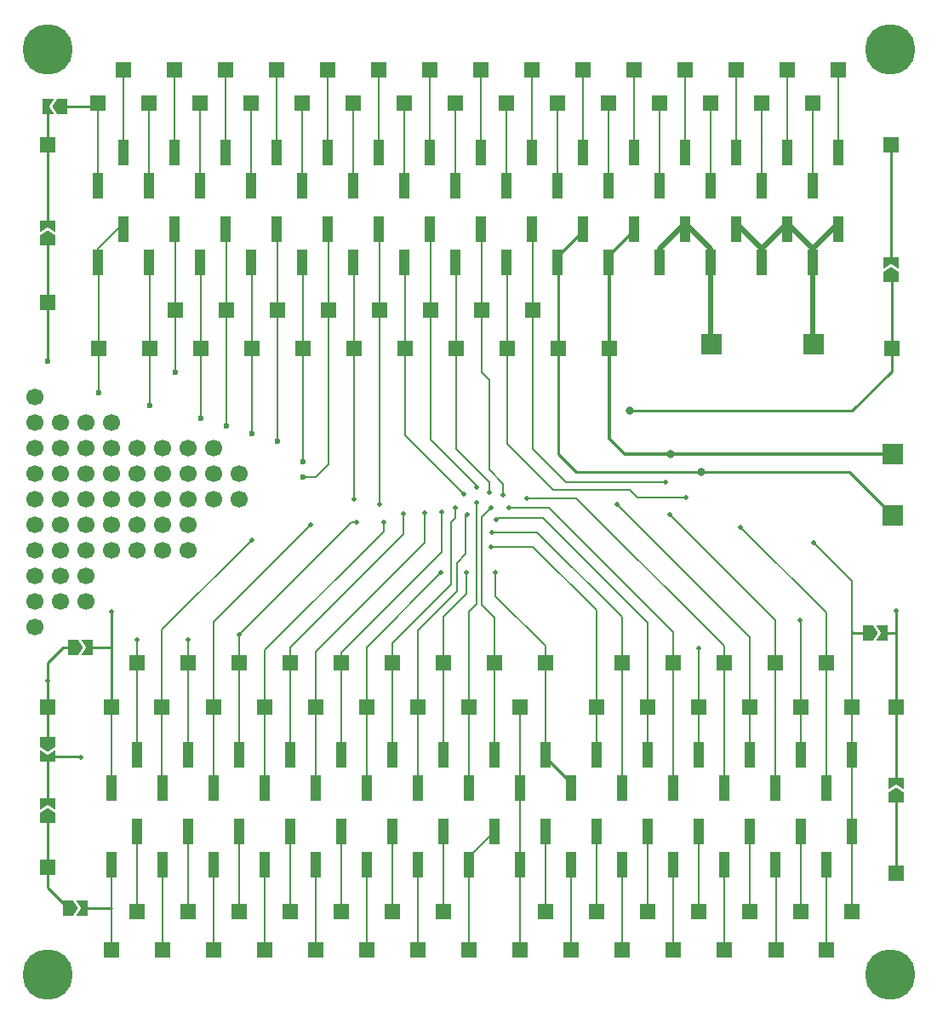
<source format=gbr>
%TF.GenerationSoftware,KiCad,Pcbnew,7.0.9*%
%TF.CreationDate,2023-12-16T04:09:15+09:00*%
%TF.ProjectId,ds_test_board3,64735f74-6573-4745-9f62-6f617264332e,rev?*%
%TF.SameCoordinates,Original*%
%TF.FileFunction,Copper,L1,Top*%
%TF.FilePolarity,Positive*%
%FSLAX46Y46*%
G04 Gerber Fmt 4.6, Leading zero omitted, Abs format (unit mm)*
G04 Created by KiCad (PCBNEW 7.0.9) date 2023-12-16 04:09:15*
%MOMM*%
%LPD*%
G01*
G04 APERTURE LIST*
G04 Aperture macros list*
%AMFreePoly0*
4,1,6,0.500000,-0.750000,-0.650000,-0.750000,-0.150000,0.000000,-0.650000,0.750000,0.500000,0.750000,0.500000,-0.750000,0.500000,-0.750000,$1*%
%AMFreePoly1*
4,1,6,1.000000,0.000000,0.500000,-0.750000,-0.500000,-0.750000,-0.500000,0.750000,0.500000,0.750000,1.000000,0.000000,1.000000,0.000000,$1*%
G04 Aperture macros list end*
%TA.AperFunction,ComponentPad*%
%ADD10C,1.700000*%
%TD*%
%TA.AperFunction,SMDPad,CuDef*%
%ADD11FreePoly0,270.000000*%
%TD*%
%TA.AperFunction,SMDPad,CuDef*%
%ADD12FreePoly1,270.000000*%
%TD*%
%TA.AperFunction,SMDPad,CuDef*%
%ADD13FreePoly0,0.000000*%
%TD*%
%TA.AperFunction,SMDPad,CuDef*%
%ADD14FreePoly1,0.000000*%
%TD*%
%TA.AperFunction,SMDPad,CuDef*%
%ADD15FreePoly0,90.000000*%
%TD*%
%TA.AperFunction,SMDPad,CuDef*%
%ADD16FreePoly1,90.000000*%
%TD*%
%TA.AperFunction,SMDPad,CuDef*%
%ADD17FreePoly0,180.000000*%
%TD*%
%TA.AperFunction,SMDPad,CuDef*%
%ADD18FreePoly1,180.000000*%
%TD*%
%TA.AperFunction,ComponentPad*%
%ADD19R,2.000000X2.000000*%
%TD*%
%TA.AperFunction,SMDPad,CuDef*%
%ADD20R,1.500000X1.500000*%
%TD*%
%TA.AperFunction,ComponentPad*%
%ADD21R,1.500000X1.500000*%
%TD*%
%TA.AperFunction,ConnectorPad*%
%ADD22C,5.000000*%
%TD*%
%TA.AperFunction,ComponentPad*%
%ADD23C,2.900000*%
%TD*%
%TA.AperFunction,SMDPad,CuDef*%
%ADD24R,1.000000X2.510000*%
%TD*%
%TA.AperFunction,ViaPad*%
%ADD25C,0.500000*%
%TD*%
%TA.AperFunction,ViaPad*%
%ADD26C,0.800000*%
%TD*%
%TA.AperFunction,ViaPad*%
%ADD27C,0.600000*%
%TD*%
%TA.AperFunction,Conductor*%
%ADD28C,0.500000*%
%TD*%
%TA.AperFunction,Conductor*%
%ADD29C,0.400000*%
%TD*%
%TA.AperFunction,Conductor*%
%ADD30C,0.250000*%
%TD*%
%TA.AperFunction,Conductor*%
%ADD31C,0.150000*%
%TD*%
%TA.AperFunction,Conductor*%
%ADD32C,0.300000*%
%TD*%
G04 APERTURE END LIST*
D10*
%TO.P,REF\u002A\u002A,1*%
%TO.N,N/C*%
X124460000Y-95504000D03*
%TD*%
%TO.P,REF\u002A\u002A,1*%
%TO.N,N/C*%
X124460000Y-118364000D03*
%TD*%
%TO.P,REF\u002A\u002A,1*%
%TO.N,N/C*%
X124460000Y-115824000D03*
%TD*%
%TO.P,REF\u002A\u002A,1*%
%TO.N,N/C*%
X129540000Y-115824000D03*
%TD*%
%TO.P,REF\u002A\u002A,1*%
%TO.N,N/C*%
X127000000Y-115824000D03*
%TD*%
%TO.P,REF\u002A\u002A,1*%
%TO.N,N/C*%
X124460000Y-113284000D03*
%TD*%
%TO.P,REF\u002A\u002A,1*%
%TO.N,N/C*%
X129540000Y-113284000D03*
%TD*%
%TO.P,REF\u002A\u002A,1*%
%TO.N,N/C*%
X127000000Y-113284000D03*
%TD*%
%TO.P,REF\u002A\u002A,1*%
%TO.N,N/C*%
X139700000Y-110744000D03*
%TD*%
%TO.P,REF\u002A\u002A,1*%
%TO.N,N/C*%
X127000000Y-110744000D03*
%TD*%
%TO.P,REF\u002A\u002A,1*%
%TO.N,N/C*%
X124460000Y-110744000D03*
%TD*%
%TO.P,REF\u002A\u002A,1*%
%TO.N,N/C*%
X129540000Y-110744000D03*
%TD*%
%TO.P,REF\u002A\u002A,1*%
%TO.N,N/C*%
X137160000Y-110744000D03*
%TD*%
%TO.P,REF\u002A\u002A,1*%
%TO.N,N/C*%
X134620000Y-110744000D03*
%TD*%
%TO.P,REF\u002A\u002A,1*%
%TO.N,N/C*%
X132080000Y-110744000D03*
%TD*%
%TO.P,REF\u002A\u002A,1*%
%TO.N,N/C*%
X139700000Y-108204000D03*
%TD*%
%TO.P,REF\u002A\u002A,1*%
%TO.N,N/C*%
X124460000Y-108204000D03*
%TD*%
%TO.P,REF\u002A\u002A,1*%
%TO.N,N/C*%
X129540000Y-108204000D03*
%TD*%
%TO.P,REF\u002A\u002A,1*%
%TO.N,N/C*%
X137160000Y-108204000D03*
%TD*%
%TO.P,REF\u002A\u002A,1*%
%TO.N,N/C*%
X127000000Y-108204000D03*
%TD*%
%TO.P,REF\u002A\u002A,1*%
%TO.N,N/C*%
X132080000Y-108204000D03*
%TD*%
%TO.P,REF\u002A\u002A,1*%
%TO.N,N/C*%
X134620000Y-108204000D03*
%TD*%
%TO.P,REF\u002A\u002A,1*%
%TO.N,N/C*%
X144780000Y-105664000D03*
%TD*%
%TO.P,REF\u002A\u002A,1*%
%TO.N,N/C*%
X144780000Y-103124000D03*
%TD*%
%TO.P,REF\u002A\u002A,1*%
%TO.N,N/C*%
X124460000Y-105664000D03*
%TD*%
%TO.P,REF\u002A\u002A,1*%
%TO.N,N/C*%
X142240000Y-105664000D03*
%TD*%
%TO.P,REF\u002A\u002A,1*%
%TO.N,N/C*%
X137160000Y-105664000D03*
%TD*%
%TO.P,REF\u002A\u002A,1*%
%TO.N,N/C*%
X139700000Y-105664000D03*
%TD*%
%TO.P,REF\u002A\u002A,1*%
%TO.N,N/C*%
X134620000Y-105664000D03*
%TD*%
%TO.P,REF\u002A\u002A,1*%
%TO.N,N/C*%
X127000000Y-105664000D03*
%TD*%
%TO.P,REF\u002A\u002A,1*%
%TO.N,N/C*%
X129540000Y-105664000D03*
%TD*%
%TO.P,REF\u002A\u002A,1*%
%TO.N,N/C*%
X132080000Y-105664000D03*
%TD*%
%TO.P,REF\u002A\u002A,1*%
%TO.N,N/C*%
X142240000Y-103124000D03*
%TD*%
%TO.P,REF\u002A\u002A,1*%
%TO.N,N/C*%
X139700000Y-103124000D03*
%TD*%
%TO.P,REF\u002A\u002A,1*%
%TO.N,N/C*%
X139700000Y-100584000D03*
%TD*%
%TO.P,REF\u002A\u002A,1*%
%TO.N,N/C*%
X142240000Y-100584000D03*
%TD*%
%TO.P,REF\u002A\u002A,1*%
%TO.N,N/C*%
X124460000Y-103124000D03*
%TD*%
%TO.P,REF\u002A\u002A,1*%
%TO.N,N/C*%
X134620000Y-103124000D03*
%TD*%
%TO.P,REF\u002A\u002A,1*%
%TO.N,N/C*%
X137160000Y-103124000D03*
%TD*%
%TO.P,REF\u002A\u002A,1*%
%TO.N,N/C*%
X127000000Y-103124000D03*
%TD*%
%TO.P,REF\u002A\u002A,1*%
%TO.N,N/C*%
X132080000Y-103124000D03*
%TD*%
%TO.P,REF\u002A\u002A,1*%
%TO.N,N/C*%
X129540000Y-103124000D03*
%TD*%
%TO.P,REF\u002A\u002A,1*%
%TO.N,N/C*%
X137160000Y-100584000D03*
%TD*%
%TO.P,REF\u002A\u002A,1*%
%TO.N,N/C*%
X134620000Y-100584000D03*
%TD*%
%TO.P,REF\u002A\u002A,1*%
%TO.N,N/C*%
X127000000Y-100584000D03*
%TD*%
%TO.P,REF\u002A\u002A,1*%
%TO.N,N/C*%
X132080000Y-100584000D03*
%TD*%
%TO.P,REF\u002A\u002A,1*%
%TO.N,N/C*%
X129540000Y-100584000D03*
%TD*%
%TO.P,REF\u002A\u002A,1*%
%TO.N,N/C*%
X124460000Y-100584000D03*
%TD*%
%TO.P,REF\u002A\u002A,1*%
%TO.N,N/C*%
X132080000Y-98044000D03*
%TD*%
%TO.P,REF\u002A\u002A,1*%
%TO.N,N/C*%
X129540000Y-98044000D03*
%TD*%
%TO.P,REF\u002A\u002A,1*%
%TO.N,N/C*%
X127000000Y-98044000D03*
%TD*%
%TO.P,REF\u002A\u002A,1*%
%TO.N,N/C*%
X124460000Y-98044000D03*
%TD*%
D11*
%TO.P,REF\u002A\u002A,2*%
%TO.N,GND*%
X125730000Y-131281000D03*
D12*
%TO.P,REF\u002A\u002A,1*%
%TO.N,Net-(J1-Pad64)*%
X125730000Y-129831000D03*
%TD*%
D13*
%TO.P,REF\u002A\u002A,2*%
%TO.N,GND*%
X129212000Y-146304000D03*
D14*
%TO.P,REF\u002A\u002A,1*%
%TO.N,Net-(J1-Pad63)*%
X127762000Y-146304000D03*
%TD*%
D13*
%TO.P,REF\u002A\u002A,2*%
%TO.N,GND*%
X129720000Y-120396000D03*
D14*
%TO.P,REF\u002A\u002A,1*%
%TO.N,Net-(J1-Pad64)*%
X128270000Y-120396000D03*
%TD*%
D15*
%TO.P,REF\u002A\u002A,2*%
%TO.N,GND*%
X125730000Y-135890000D03*
D16*
%TO.P,REF\u002A\u002A,1*%
%TO.N,Net-(J1-Pad63)*%
X125730000Y-137340000D03*
%TD*%
D13*
%TO.P,REF\u002A\u002A,2*%
%TO.N,Net-(J1-Pad61)*%
X208788000Y-118999000D03*
D14*
%TO.P,REF\u002A\u002A,1*%
%TO.N,GND*%
X207338000Y-118999000D03*
%TD*%
D15*
%TO.P,REF\u002A\u002A,2*%
%TO.N,Net-(J1-Pad61)*%
X210185000Y-133858000D03*
D16*
%TO.P,REF\u002A\u002A,1*%
%TO.N,Net-(J1-Pad62)*%
X210185000Y-135308000D03*
%TD*%
D15*
%TO.P,REF\u002A\u002A,2*%
%TO.N,GND*%
X125730000Y-78486000D03*
D16*
%TO.P,REF\u002A\u002A,1*%
X125730000Y-79936000D03*
%TD*%
D17*
%TO.P,REF\u002A\u002A,2*%
%TO.N,GND*%
X125767000Y-66675000D03*
D18*
%TO.P,REF\u002A\u002A,1*%
X127217000Y-66675000D03*
%TD*%
D15*
%TO.P,REF\u002A\u002A,2*%
%TO.N,GND*%
X209677000Y-82169000D03*
D16*
%TO.P,REF\u002A\u002A,1*%
X209677000Y-83619000D03*
%TD*%
D19*
%TO.P,TP35,1,1*%
%TO.N,+5V*%
X201930000Y-90297000D03*
%TD*%
%TO.P,TP37,1,1*%
%TO.N,+3V3*%
X191770000Y-90297000D03*
%TD*%
%TO.P,REF\u002A\u002A,1*%
%TO.N,/VDD_1V8*%
X209804000Y-107315000D03*
%TD*%
%TO.P,REF\u002A\u002A,1*%
%TO.N,+2V5*%
X209804000Y-101219000D03*
%TD*%
D20*
%TO.P,TP114,1,1*%
%TO.N,/IOT11B*%
X147320000Y-126365000D03*
%TD*%
%TO.P,TP92,1,1*%
%TO.N,/VCCIO0{slash}1*%
X175260000Y-121920000D03*
%TD*%
D21*
%TO.P,TP79,1,1*%
%TO.N,/IOT58B*%
X190500000Y-146685000D03*
%TD*%
D20*
%TO.P,TP49,1,1*%
%TO.N,/IOR31B*%
X158750000Y-86868000D03*
%TD*%
%TO.P,TP127,1,1*%
%TO.N,Net-(J1-Pad64)*%
X125730000Y-126365000D03*
%TD*%
D21*
%TO.P,TP111,1,1*%
%TO.N,GND*%
X149860000Y-146685000D03*
%TD*%
D20*
%TO.P,TP53,1,1*%
%TO.N,/IOR22B*%
X148590000Y-86868000D03*
%TD*%
D21*
%TO.P,TP21,1,1*%
%TO.N,GND*%
X153632000Y-62992000D03*
%TD*%
D20*
%TO.P,TP122,1,1*%
%TO.N,/IOL14A*%
X137109200Y-126365000D03*
%TD*%
D21*
%TO.P,TP19,1,1*%
%TO.N,/TMS*%
X158712000Y-62992000D03*
%TD*%
%TO.P,TP69,1,1*%
%TO.N,/IOT31A*%
X203200000Y-150495000D03*
%TD*%
%TO.P,TP73,1,1*%
%TO.N,/IOT56A*%
X198247000Y-150495000D03*
%TD*%
D22*
%TO.P,REF\u002A\u002A,1*%
%TO.N,N/C*%
X125730000Y-60960000D03*
D23*
X125730000Y-60960000D03*
%TD*%
D21*
%TO.P,TP117,1,1*%
%TO.N,/IOL5A*%
X142240000Y-150495000D03*
%TD*%
%TO.P,TP20,1,1*%
%TO.N,/TCK*%
X156159200Y-66268600D03*
%TD*%
D20*
%TO.P,TP42,1,1*%
%TO.N,/VDD_1V8*%
X176530000Y-90678000D03*
%TD*%
%TO.P,TP120,1,1*%
%TO.N,/IOL3B*%
X139700000Y-121920000D03*
%TD*%
D21*
%TO.P,TP81,1,1*%
%TO.N,GND*%
X187960000Y-150495000D03*
%TD*%
D20*
%TO.P,TP65,1,1*%
%TO.N,Net-(J1-Pad61)*%
X210185000Y-126365000D03*
%TD*%
%TO.P,TP106,1,1*%
%TO.N,/IOT19B*%
X157480000Y-126365000D03*
%TD*%
%TO.P,TP74,1,1*%
%TO.N,/IOT63A*%
X198120000Y-121920000D03*
%TD*%
D21*
%TO.P,TP17,1,1*%
%TO.N,/TDI*%
X163792000Y-62992000D03*
%TD*%
%TO.P,TP93,1,1*%
%TO.N,GND*%
X172720000Y-150495000D03*
%TD*%
D20*
%TO.P,TP64,1,1*%
%TO.N,GND*%
X209702400Y-90703400D03*
%TD*%
D21*
%TO.P,TP14,1,1*%
%TO.N,/M0_D3N*%
X171399200Y-66268600D03*
%TD*%
%TO.P,TP83,1,1*%
%TO.N,/READY*%
X185420000Y-146685000D03*
%TD*%
%TO.P,TP6,1,1*%
%TO.N,/M0_D1P*%
X191719200Y-66268600D03*
%TD*%
D20*
%TO.P,TP100,1,1*%
%TO.N,/IOT21A*%
X165100000Y-121920000D03*
%TD*%
D21*
%TO.P,TP12,1,1*%
%TO.N,/M0_D2P*%
X176479200Y-66268600D03*
%TD*%
D20*
%TO.P,TP58,1,1*%
%TO.N,/IOR18A*%
X135890000Y-90678000D03*
%TD*%
D21*
%TO.P,TP18,1,1*%
%TO.N,/TDO*%
X161239200Y-66268600D03*
%TD*%
D20*
%TO.P,TP116,1,1*%
%TO.N,GND*%
X144780000Y-121920000D03*
%TD*%
%TO.P,TP48,1,1*%
%TO.N,/IOR33A*%
X161290000Y-90678000D03*
%TD*%
%TO.P,TP86,1,1*%
%TO.N,/IOT72A*%
X182880000Y-121920000D03*
%TD*%
D21*
%TO.P,TP1,1,1*%
%TO.N,GND*%
X204432000Y-62992000D03*
%TD*%
%TO.P,TP4,1,1*%
%TO.N,GND*%
X196799200Y-66268600D03*
%TD*%
D20*
%TO.P,TP40,1,1*%
%TO.N,+2V5*%
X181610000Y-90678000D03*
%TD*%
D21*
%TO.P,TP67,1,1*%
%TO.N,GND*%
X205740000Y-146685000D03*
%TD*%
D20*
%TO.P,TP80,1,1*%
%TO.N,/IOT66B*%
X190500000Y-126365000D03*
%TD*%
%TO.P,TP51,1,1*%
%TO.N,/IOR24B*%
X153670000Y-86868000D03*
%TD*%
D21*
%TO.P,TP23,1,1*%
%TO.N,/IOB12B*%
X148552000Y-62992000D03*
%TD*%
%TO.P,TP5,1,1*%
%TO.N,/M0_D1N*%
X194272000Y-62992000D03*
%TD*%
D20*
%TO.P,TP102,1,1*%
%TO.N,/IOT21B*%
X162560000Y-126365000D03*
%TD*%
D23*
%TO.P,REF\u002A\u002A,1*%
%TO.N,N/C*%
X125730000Y-152908000D03*
D22*
X125730000Y-152908000D03*
%TD*%
D20*
%TO.P,TP84,1,1*%
%TO.N,/IOT68B*%
X185420000Y-126365000D03*
%TD*%
%TO.P,TP46,1,1*%
%TO.N,/IOB89A*%
X166370000Y-90678000D03*
%TD*%
D24*
%TO.P,J5,30,Pin_30*%
%TO.N,GND*%
X205740000Y-131056000D03*
%TO.P,J5,29,Pin_29*%
%TO.N,/IOT61A*%
X203200000Y-134366000D03*
%TO.P,J5,28,Pin_28*%
%TO.N,/IOT61B*%
X200660000Y-131056000D03*
%TO.P,J5,27,Pin_27*%
%TO.N,/IOT63A*%
X198120000Y-134366000D03*
%TO.P,J5,26,Pin_26*%
%TO.N,/IOT63B*%
X195580000Y-131056000D03*
%TO.P,J5,25,Pin_25*%
%TO.N,/IOT66A*%
X193040000Y-134366000D03*
%TO.P,J5,24,Pin_24*%
%TO.N,/IOT66B*%
X190500000Y-131056000D03*
%TO.P,J5,23,Pin_23*%
%TO.N,/IOT68A*%
X187960000Y-134366000D03*
%TO.P,J5,22,Pin_22*%
%TO.N,/IOT68B*%
X185420000Y-131056000D03*
%TO.P,J5,21,Pin_21*%
%TO.N,/IOT72A*%
X182880000Y-134366000D03*
%TO.P,J5,20,Pin_20*%
%TO.N,/IOT72B*%
X180340000Y-131056000D03*
%TO.P,J5,19,Pin_19*%
%TO.N,/VCCIO0{slash}1*%
X177800000Y-134366000D03*
%TO.P,J5,18,Pin_18*%
X175260000Y-131056000D03*
%TO.P,J5,17,Pin_17*%
%TO.N,GND*%
X172720000Y-134366000D03*
%TO.P,J5,16,Pin_16*%
%TO.N,/IOT23A*%
X170180000Y-131056000D03*
%TO.P,J5,15,Pin_15*%
%TO.N,/IOT23B*%
X167640000Y-134366000D03*
%TO.P,J5,14,Pin_14*%
%TO.N,/IOT21A*%
X165100000Y-131056000D03*
%TO.P,J5,13,Pin_13*%
%TO.N,/IOT21B*%
X162560000Y-134366000D03*
%TO.P,J5,12,Pin_12*%
%TO.N,/IOT19A*%
X160020000Y-131056000D03*
%TO.P,J5,11,Pin_11*%
%TO.N,/IOT19B*%
X157480000Y-134366000D03*
%TO.P,J5,10,Pin_10*%
%TO.N,/IOT15A*%
X154940000Y-131056000D03*
%TO.P,J5,9,Pin_9*%
%TO.N,/IOT15B*%
X152400000Y-134366000D03*
%TO.P,J5,8,Pin_8*%
%TO.N,/IOT11A*%
X149860000Y-131056000D03*
%TO.P,J5,7,Pin_7*%
%TO.N,/IOT11B*%
X147320000Y-134366000D03*
%TO.P,J5,6,Pin_6*%
%TO.N,GND*%
X144780000Y-131056000D03*
%TO.P,J5,5,Pin_5*%
%TO.N,/IOL3A*%
X142240000Y-134366000D03*
%TO.P,J5,4,Pin_4*%
%TO.N,/IOL3B*%
X139700000Y-131056000D03*
%TO.P,J5,3,Pin_3*%
%TO.N,/IOL14A*%
X137160000Y-134366000D03*
%TO.P,J5,2,Pin_2*%
%TO.N,/IOL14B*%
X134620000Y-131056000D03*
%TO.P,J5,1,Pin_1*%
%TO.N,GND*%
X132080000Y-134366000D03*
%TD*%
D21*
%TO.P,TP16,1,1*%
%TO.N,GND*%
X166319200Y-66268600D03*
%TD*%
%TO.P,TP95,1,1*%
%TO.N,/VCCIO6{slash}7*%
X167640000Y-150495000D03*
%TD*%
%TO.P,TP85,1,1*%
%TO.N,/IOB56A*%
X182880000Y-150495000D03*
%TD*%
D20*
%TO.P,TP104,1,1*%
%TO.N,/IOT19A*%
X160020000Y-121920000D03*
%TD*%
D21*
%TO.P,TP7,1,1*%
%TO.N,GND*%
X189192000Y-62992000D03*
%TD*%
%TO.P,TP91,1,1*%
%TO.N,/DONE*%
X175260000Y-146685000D03*
%TD*%
%TO.P,TP2,1,1*%
%TO.N,/M0_D0N*%
X201879200Y-66268600D03*
%TD*%
D23*
%TO.P,REF\u002A\u002A,1*%
%TO.N,N/C*%
X209550000Y-60960000D03*
D22*
X209550000Y-60960000D03*
%TD*%
D21*
%TO.P,TP125,1,1*%
%TO.N,GND*%
X132080000Y-150495000D03*
%TD*%
D23*
%TO.P,REF\u002A\u002A,1*%
%TO.N,N/C*%
X209550000Y-152908000D03*
D22*
X209550000Y-152908000D03*
%TD*%
D20*
%TO.P,TP98,1,1*%
%TO.N,/IOT23B*%
X167640000Y-126365000D03*
%TD*%
D21*
%TO.P,TP11,1,1*%
%TO.N,/M0_D2N*%
X179032000Y-62992000D03*
%TD*%
%TO.P,TP28,1,1*%
%TO.N,/IOB4B*%
X135839200Y-66268600D03*
%TD*%
%TO.P,TP15,1,1*%
%TO.N,/M0_D3P*%
X168872000Y-62992000D03*
%TD*%
D20*
%TO.P,TP118,1,1*%
%TO.N,/IOL3A*%
X142240000Y-126365000D03*
%TD*%
D21*
%TO.P,TP121,1,1*%
%TO.N,/IOL12A*%
X137160000Y-150495000D03*
%TD*%
D20*
%TO.P,TP70,1,1*%
%TO.N,/IOT61A*%
X203200000Y-121920000D03*
%TD*%
%TO.P,TP52,1,1*%
%TO.N,/IOR24A*%
X151130000Y-90678000D03*
%TD*%
%TO.P,TP96,1,1*%
%TO.N,/IOT23A*%
X170180000Y-121920000D03*
%TD*%
D21*
%TO.P,TP101,1,1*%
%TO.N,/IOT1B*%
X162560000Y-150495000D03*
%TD*%
%TO.P,TP9,1,1*%
%TO.N,/M0_CKP*%
X184112000Y-62992000D03*
%TD*%
%TO.P,TP8,1,1*%
%TO.N,/M0_CKN*%
X186639200Y-66268600D03*
%TD*%
D20*
%TO.P,TP112,1,1*%
%TO.N,/IOT11A*%
X149860000Y-121920000D03*
%TD*%
D21*
%TO.P,TP107,1,1*%
%TO.N,/IOT7A*%
X154940000Y-146685000D03*
%TD*%
D20*
%TO.P,TP124,1,1*%
%TO.N,/IOL14B*%
X134620000Y-121920000D03*
%TD*%
D21*
%TO.P,TP22,1,1*%
%TO.N,/IOB14B*%
X151079200Y-66268600D03*
%TD*%
D20*
%TO.P,TP76,1,1*%
%TO.N,/IOT63B*%
X195580000Y-126365000D03*
%TD*%
%TO.P,TP88,1,1*%
%TO.N,/IOT72B*%
X180340000Y-126365000D03*
%TD*%
D21*
%TO.P,TP29,1,1*%
%TO.N,/IOB4A*%
X133312000Y-62992000D03*
%TD*%
D20*
%TO.P,TP50,1,1*%
%TO.N,/IOR31A*%
X156210000Y-90678000D03*
%TD*%
D21*
%TO.P,TP10,1,1*%
%TO.N,GND*%
X181559200Y-66268600D03*
%TD*%
%TO.P,TP66,1,1*%
%TO.N,Net-(J1-Pad62)*%
X210185000Y-142875000D03*
%TD*%
%TO.P,TP105,1,1*%
%TO.N,/IOT3B*%
X157480000Y-150495000D03*
%TD*%
D24*
%TO.P,J4,30,Pin_30*%
%TO.N,GND*%
X130772000Y-74549000D03*
%TO.P,J4,29,Pin_29*%
%TO.N,/IOB4A*%
X133312000Y-71239000D03*
%TO.P,J4,28,Pin_28*%
%TO.N,/IOB4B*%
X135852000Y-74549000D03*
%TO.P,J4,27,Pin_27*%
%TO.N,/IOB26A*%
X138392000Y-71239000D03*
%TO.P,J4,26,Pin_26*%
%TO.N,/IOB26B*%
X140932000Y-74549000D03*
%TO.P,J4,25,Pin_25*%
%TO.N,/IOB24A*%
X143472000Y-71239000D03*
%TO.P,J4,24,Pin_24*%
%TO.N,/RECONFIG*%
X146012000Y-74549000D03*
%TO.P,J4,23,Pin_23*%
%TO.N,/IOB12B*%
X148552000Y-71239000D03*
%TO.P,J4,22,Pin_22*%
%TO.N,/IOB14B*%
X151092000Y-74549000D03*
%TO.P,J4,21,Pin_21*%
%TO.N,GND*%
X153632000Y-71239000D03*
%TO.P,J4,20,Pin_20*%
%TO.N,/TCK*%
X156172000Y-74549000D03*
%TO.P,J4,19,Pin_19*%
%TO.N,/TMS*%
X158712000Y-71239000D03*
%TO.P,J4,18,Pin_18*%
%TO.N,/TDO*%
X161252000Y-74549000D03*
%TO.P,J4,17,Pin_17*%
%TO.N,/TDI*%
X163792000Y-71239000D03*
%TO.P,J4,16,Pin_16*%
%TO.N,GND*%
X166332000Y-74549000D03*
%TO.P,J4,15,Pin_15*%
%TO.N,/M0_D3P*%
X168872000Y-71239000D03*
%TO.P,J4,14,Pin_14*%
%TO.N,/M0_D3N*%
X171412000Y-74549000D03*
%TO.P,J4,13,Pin_13*%
%TO.N,GND*%
X173952000Y-71239000D03*
%TO.P,J4,12,Pin_12*%
%TO.N,/M0_D2P*%
X176492000Y-74549000D03*
%TO.P,J4,11,Pin_11*%
%TO.N,/M0_D2N*%
X179032000Y-71239000D03*
%TO.P,J4,10,Pin_10*%
%TO.N,GND*%
X181572000Y-74549000D03*
%TO.P,J4,9,Pin_9*%
%TO.N,/M0_CKP*%
X184112000Y-71239000D03*
%TO.P,J4,8,Pin_8*%
%TO.N,/M0_CKN*%
X186652000Y-74549000D03*
%TO.P,J4,7,Pin_7*%
%TO.N,GND*%
X189192000Y-71239000D03*
%TO.P,J4,6,Pin_6*%
%TO.N,/M0_D1P*%
X191732000Y-74549000D03*
%TO.P,J4,5,Pin_5*%
%TO.N,/M0_D1N*%
X194272000Y-71239000D03*
%TO.P,J4,4,Pin_4*%
%TO.N,GND*%
X196812000Y-74549000D03*
%TO.P,J4,3,Pin_3*%
%TO.N,/M0_D0P*%
X199352000Y-71239000D03*
%TO.P,J4,2,Pin_2*%
%TO.N,/M0_D0N*%
X201892000Y-74549000D03*
%TO.P,J4,1,Pin_1*%
%TO.N,GND*%
X204432000Y-71239000D03*
%TD*%
D20*
%TO.P,TP72,1,1*%
%TO.N,/IOT61B*%
X200660000Y-126365000D03*
%TD*%
D21*
%TO.P,TP30,1,1*%
%TO.N,GND*%
X130759200Y-66268600D03*
%TD*%
D20*
%TO.P,TP45,1,1*%
%TO.N,/IOB89B*%
X168910000Y-86868000D03*
%TD*%
D21*
%TO.P,TP115,1,1*%
%TO.N,/IOL9B*%
X144780000Y-146685000D03*
%TD*%
D20*
%TO.P,TP60,1,1*%
%TO.N,/VCCIO2{slash}3*%
X130810000Y-90678000D03*
%TD*%
D21*
%TO.P,TP27,1,1*%
%TO.N,/IOB26A*%
X138392000Y-62992000D03*
%TD*%
D24*
%TO.P,J6,30,Pin_30*%
%TO.N,GND*%
X205740000Y-138684000D03*
%TO.P,J6,29,Pin_29*%
%TO.N,/IOT31A*%
X203200000Y-141994000D03*
%TO.P,J6,28,Pin_28*%
%TO.N,/IOT31B*%
X200660000Y-138684000D03*
%TO.P,J6,27,Pin_27*%
%TO.N,/IOT56A*%
X198120000Y-141994000D03*
%TO.P,J6,26,Pin_26*%
%TO.N,/IOT56B*%
X195580000Y-138684000D03*
%TO.P,J6,25,Pin_25*%
%TO.N,/IOT58A*%
X193040000Y-141994000D03*
%TO.P,J6,24,Pin_24*%
%TO.N,/IOT58B*%
X190500000Y-138684000D03*
%TO.P,J6,23,Pin_23*%
%TO.N,GND*%
X187960000Y-141994000D03*
%TO.P,J6,22,Pin_22*%
%TO.N,/READY*%
X185420000Y-138684000D03*
%TO.P,J6,21,Pin_21*%
%TO.N,/IOB56A*%
X182880000Y-141994000D03*
%TO.P,J6,20,Pin_20*%
%TO.N,/IOB56B*%
X180340000Y-138684000D03*
%TO.P,J6,19,Pin_19*%
%TO.N,/IOB60A*%
X177800000Y-141994000D03*
%TO.P,J6,18,Pin_18*%
%TO.N,/DONE*%
X175260000Y-138684000D03*
%TO.P,J6,17,Pin_17*%
%TO.N,GND*%
X172720000Y-141994000D03*
%TO.P,J6,16,Pin_16*%
%TO.N,/VCCIO6{slash}7*%
X170180000Y-138684000D03*
%TO.P,J6,15,Pin_15*%
X167640000Y-141994000D03*
%TO.P,J6,14,Pin_14*%
%TO.N,/IOT1A*%
X165100000Y-138684000D03*
%TO.P,J6,13,Pin_13*%
%TO.N,/IOT1B*%
X162560000Y-141994000D03*
%TO.P,J6,12,Pin_12*%
%TO.N,/IOT3A*%
X160020000Y-138684000D03*
%TO.P,J6,11,Pin_11*%
%TO.N,/IOT3B*%
X157480000Y-141994000D03*
%TO.P,J6,10,Pin_10*%
%TO.N,/IOT7A*%
X154940000Y-138684000D03*
%TO.P,J6,9,Pin_9*%
%TO.N,/IOT7B*%
X152400000Y-141994000D03*
%TO.P,J6,8,Pin_8*%
%TO.N,GND*%
X149860000Y-138684000D03*
%TO.P,J6,7,Pin_7*%
%TO.N,/IOL9A*%
X147320000Y-141994000D03*
%TO.P,J6,6,Pin_6*%
%TO.N,/IOL9B*%
X144780000Y-138684000D03*
%TO.P,J6,5,Pin_5*%
%TO.N,/IOL5A*%
X142240000Y-141994000D03*
%TO.P,J6,4,Pin_4*%
%TO.N,/IOL5B*%
X139700000Y-138684000D03*
%TO.P,J6,3,Pin_3*%
%TO.N,/IOL12A*%
X137160000Y-141994000D03*
%TO.P,J6,2,Pin_2*%
%TO.N,/IOL12B*%
X134620000Y-138684000D03*
%TO.P,J6,1,Pin_1*%
%TO.N,GND*%
X132080000Y-141994000D03*
%TD*%
D21*
%TO.P,TP87,1,1*%
%TO.N,/IOB56B*%
X180340000Y-146685000D03*
%TD*%
%TO.P,TP113,1,1*%
%TO.N,/IOL9A*%
X147320000Y-150495000D03*
%TD*%
%TO.P,TP119,1,1*%
%TO.N,/IOL5B*%
X139700000Y-146685000D03*
%TD*%
D20*
%TO.P,TP57,1,1*%
%TO.N,/IOR18B*%
X138430000Y-86868000D03*
%TD*%
D21*
%TO.P,TP75,1,1*%
%TO.N,/IOT56B*%
X195580000Y-146685000D03*
%TD*%
%TO.P,TP89,1,1*%
%TO.N,/IOB60A*%
X177800000Y-150495000D03*
%TD*%
D20*
%TO.P,TP78,1,1*%
%TO.N,/IOT66A*%
X193040000Y-121920000D03*
%TD*%
D24*
%TO.P,J3,1,Pin_1*%
%TO.N,+5V*%
X204419200Y-78858600D03*
%TO.P,J3,2,Pin_2*%
X201879200Y-82168600D03*
%TO.P,J3,3,Pin_3*%
X199339200Y-78858600D03*
%TO.P,J3,4,Pin_4*%
X196799200Y-82168600D03*
%TO.P,J3,5,Pin_5*%
X194259200Y-78858600D03*
%TO.P,J3,6,Pin_6*%
%TO.N,+3V3*%
X191719200Y-82168600D03*
%TO.P,J3,7,Pin_7*%
X189179200Y-78858600D03*
%TO.P,J3,8,Pin_8*%
X186639200Y-82168600D03*
%TO.P,J3,9,Pin_9*%
%TO.N,+2V5*%
X184099200Y-78858600D03*
%TO.P,J3,10,Pin_10*%
X181559200Y-82168600D03*
%TO.P,J3,11,Pin_11*%
%TO.N,/VDD_1V8*%
X179019200Y-78858600D03*
%TO.P,J3,12,Pin_12*%
X176479200Y-82168600D03*
%TO.P,J3,13,Pin_13*%
%TO.N,/IOB91B*%
X173939200Y-78858600D03*
%TO.P,J3,14,Pin_14*%
%TO.N,/IOB91A*%
X171399200Y-82168600D03*
%TO.P,J3,15,Pin_15*%
%TO.N,/IOB89B*%
X168859200Y-78858600D03*
%TO.P,J3,16,Pin_16*%
%TO.N,/IOB89A*%
X166319200Y-82168600D03*
%TO.P,J3,17,Pin_17*%
%TO.N,/IOR33B*%
X163779200Y-78858600D03*
%TO.P,J3,18,Pin_18*%
%TO.N,/IOR33A*%
X161239200Y-82168600D03*
%TO.P,J3,19,Pin_19*%
%TO.N,/IOR31B*%
X158699200Y-78858600D03*
%TO.P,J3,20,Pin_20*%
%TO.N,/IOR31A*%
X156159200Y-82168600D03*
%TO.P,J3,21,Pin_21*%
%TO.N,/IOR24B*%
X153619200Y-78858600D03*
%TO.P,J3,22,Pin_22*%
%TO.N,/IOR24A*%
X151079200Y-82168600D03*
%TO.P,J3,23,Pin_23*%
%TO.N,/IOR22B*%
X148539200Y-78858600D03*
%TO.P,J3,24,Pin_24*%
%TO.N,/IOR22A*%
X145999200Y-82168600D03*
%TO.P,J3,25,Pin_25*%
%TO.N,/IOR20B*%
X143459200Y-78858600D03*
%TO.P,J3,26,Pin_26*%
%TO.N,/IOR20A*%
X140919200Y-82168600D03*
%TO.P,J3,27,Pin_27*%
%TO.N,/IOR18B*%
X138379200Y-78858600D03*
%TO.P,J3,28,Pin_28*%
%TO.N,/IOR18A*%
X135839200Y-82168600D03*
%TO.P,J3,29,Pin_29*%
%TO.N,/VCCIO2{slash}3*%
X133299200Y-78858600D03*
%TO.P,J3,30,Pin_30*%
X130759200Y-82168600D03*
%TD*%
D21*
%TO.P,TP109,1,1*%
%TO.N,/IOT7B*%
X152400000Y-150495000D03*
%TD*%
D20*
%TO.P,TP54,1,1*%
%TO.N,/IOR22A*%
X146050000Y-90678000D03*
%TD*%
D21*
%TO.P,TP123,1,1*%
%TO.N,/IOL12B*%
X134620000Y-146685000D03*
%TD*%
%TO.P,TP63,1,1*%
%TO.N,GND*%
X209677000Y-70485000D03*
%TD*%
%TO.P,TP103,1,1*%
%TO.N,/IOT3A*%
X160020000Y-146685000D03*
%TD*%
D20*
%TO.P,TP43,1,1*%
%TO.N,/IOB91B*%
X173990000Y-86868000D03*
%TD*%
D21*
%TO.P,TP128,1,1*%
%TO.N,Net-(J1-Pad63)*%
X125730000Y-142240000D03*
%TD*%
D20*
%TO.P,TP68,1,1*%
%TO.N,GND*%
X205740000Y-126365000D03*
%TD*%
%TO.P,TP47,1,1*%
%TO.N,/IOR33B*%
X163830000Y-86868000D03*
%TD*%
%TO.P,TP82,1,1*%
%TO.N,/IOT68A*%
X187960000Y-121920000D03*
%TD*%
%TO.P,TP108,1,1*%
%TO.N,/IOT15A*%
X154940000Y-121920000D03*
%TD*%
D21*
%TO.P,TP77,1,1*%
%TO.N,/IOT58A*%
X193040000Y-150495000D03*
%TD*%
%TO.P,TP25,1,1*%
%TO.N,/IOB24A*%
X143472000Y-62992000D03*
%TD*%
D20*
%TO.P,TP126,1,1*%
%TO.N,GND*%
X132080000Y-126365000D03*
%TD*%
D21*
%TO.P,TP24,1,1*%
%TO.N,/RECONFIG*%
X145999200Y-66268600D03*
%TD*%
%TO.P,TP26,1,1*%
%TO.N,/IOB26B*%
X140919200Y-66268600D03*
%TD*%
D20*
%TO.P,TP55,1,1*%
%TO.N,/IOR20B*%
X143510000Y-86868000D03*
%TD*%
%TO.P,TP56,1,1*%
%TO.N,/IOR20A*%
X140970000Y-90678000D03*
%TD*%
%TO.P,TP94,1,1*%
%TO.N,GND*%
X172720000Y-126365000D03*
%TD*%
%TO.P,TP110,1,1*%
%TO.N,/IOT15B*%
X152400000Y-126365000D03*
%TD*%
D21*
%TO.P,TP3,1,1*%
%TO.N,/M0_D0P*%
X199352000Y-62992000D03*
%TD*%
D20*
%TO.P,TP44,1,1*%
%TO.N,/IOB91A*%
X171450000Y-90678000D03*
%TD*%
%TO.P,TP62,1,1*%
%TO.N,GND*%
X125730000Y-86106000D03*
%TD*%
D21*
%TO.P,TP61,1,1*%
%TO.N,GND*%
X125730000Y-70485000D03*
%TD*%
%TO.P,TP13,1,1*%
%TO.N,GND*%
X173952000Y-62992000D03*
%TD*%
%TO.P,TP71,1,1*%
%TO.N,/IOT31B*%
X200660000Y-146685000D03*
%TD*%
%TO.P,TP99,1,1*%
%TO.N,/IOT1A*%
X165100000Y-146685000D03*
%TD*%
D25*
%TO.N,GND*%
X129032000Y-131318000D03*
X144780000Y-119126000D03*
D26*
X183642000Y-96901000D03*
D27*
%TO.N,/VCCIO2{slash}3*%
X130810000Y-95123000D03*
%TO.N,/IOR18A*%
X135890000Y-96393000D03*
%TO.N,/IOR18B*%
X138430000Y-93091000D03*
%TO.N,/IOR20A*%
X140970000Y-97663000D03*
%TO.N,/IOR20B*%
X143510000Y-98425000D03*
%TO.N,/IOR22A*%
X146050000Y-99187000D03*
%TO.N,/IOR22B*%
X148590000Y-99949000D03*
%TO.N,/IOR24A*%
X151130000Y-101981000D03*
%TO.N,/IOR24B*%
X151130000Y-103505000D03*
D25*
%TO.N,/IOR31A*%
X156210000Y-105664000D03*
%TO.N,/IOR31B*%
X158750000Y-106172000D03*
%TO.N,/IOR33A*%
X167132000Y-105156000D03*
%TO.N,/IOR33B*%
X168402000Y-104521000D03*
%TO.N,/IOB89A*%
X169672000Y-105029000D03*
%TO.N,/IOB89B*%
X171069000Y-105283000D03*
%TO.N,/IOB91A*%
X189230000Y-105537000D03*
%TO.N,/IOB91B*%
X187198000Y-104013000D03*
D26*
%TO.N,/VDD_1V8*%
X190754000Y-102997000D03*
%TO.N,+2V5*%
X187706000Y-101219000D03*
D25*
%TO.N,Net-(J1-Pad64)*%
X125730000Y-123698000D03*
%TO.N,Net-(J1-Pad61)*%
X210185000Y-116738400D03*
%TO.N,/IOT61A*%
X194665600Y-108432600D03*
%TO.N,/IOT61B*%
X200609200Y-117729000D03*
%TO.N,GND*%
X156464000Y-107950000D03*
X201980800Y-110007400D03*
D27*
X125730000Y-91948000D03*
D25*
X132080000Y-116840000D03*
%TO.N,/IOT63A*%
X187655200Y-107213400D03*
%TO.N,/IOT63B*%
X182372000Y-106146600D03*
%TO.N,/IOT66A*%
X173431200Y-105587800D03*
%TO.N,/IOT66B*%
X190500000Y-120523000D03*
%TO.N,/IOT68A*%
X171602400Y-106553000D03*
%TO.N,/IOT68B*%
X170383200Y-107721400D03*
%TO.N,/IOT72A*%
X169976800Y-108940600D03*
%TO.N,/IOT72B*%
X169875200Y-110413800D03*
%TO.N,/VCCIO0{slash}1*%
X170281600Y-112953800D03*
%TO.N,/IOT23A*%
X169824400Y-106553000D03*
%TO.N,/IOT23B*%
X168402000Y-105994200D03*
%TO.N,/IOT21A*%
X167386000Y-112953800D03*
%TO.N,/IOT21B*%
X167477361Y-107223405D03*
%TO.N,/IOT19A*%
X166319200Y-106502200D03*
%TO.N,/IOT19B*%
X164896800Y-112953800D03*
%TO.N,/IOT15A*%
X164947600Y-106959400D03*
%TO.N,/IOT15B*%
X163220400Y-107061000D03*
%TO.N,/IOT11A*%
X161137600Y-107111800D03*
%TO.N,/IOT11B*%
X159156400Y-107975400D03*
%TO.N,/IOL3A*%
X151892000Y-108204000D03*
%TO.N,/IOL3B*%
X139700000Y-119634000D03*
%TO.N,/IOL14A*%
X146050000Y-109728000D03*
%TO.N,/IOL14B*%
X134620000Y-119634000D03*
%TD*%
D28*
%TO.N,+3V3*%
X186639200Y-80746600D02*
X186639200Y-82168600D01*
X191719200Y-82168600D02*
X191719200Y-80746600D01*
D29*
%TO.N,+5V*%
X196799200Y-80746600D02*
X196799200Y-82168600D01*
X201879200Y-80746600D02*
X201879200Y-82168600D01*
D28*
%TO.N,+3V3*%
X186639200Y-80746600D02*
X189179200Y-78206600D01*
X189179200Y-78206600D02*
X191719200Y-80746600D01*
%TO.N,+5V*%
X194259200Y-78206600D02*
X196799200Y-80746600D01*
X196799200Y-80746600D02*
X199339200Y-78206600D01*
X199339200Y-78206600D02*
X201879200Y-80746600D01*
X204419200Y-78206600D02*
X201879200Y-80746600D01*
D30*
%TO.N,Net-(J1-Pad64)*%
X127254000Y-120396000D02*
X125730000Y-121920000D01*
X128270000Y-120396000D02*
X127254000Y-120396000D01*
X125730000Y-121920000D02*
X125730000Y-126365000D01*
%TO.N,GND*%
X129720000Y-120396000D02*
X132080000Y-120396000D01*
X132080000Y-120396000D02*
X132080000Y-126365000D01*
X132080000Y-119634000D02*
X132080000Y-120396000D01*
X132080000Y-116840000D02*
X132080000Y-119634000D01*
D31*
%TO.N,/IOL3B*%
X139700000Y-119634000D02*
X139700000Y-121920000D01*
%TO.N,/IOL14B*%
X134620000Y-119634000D02*
X134620000Y-121920000D01*
%TO.N,GND*%
X144780000Y-119126000D02*
X155956000Y-107950000D01*
X155956000Y-107950000D02*
X156464000Y-107950000D01*
X144780000Y-119126000D02*
X144780000Y-121920000D01*
D30*
X125730000Y-135890000D02*
X125730000Y-131281000D01*
X125730000Y-131281000D02*
X128995000Y-131281000D01*
X128995000Y-131281000D02*
X129032000Y-131318000D01*
%TO.N,Net-(J1-Pad64)*%
X125730000Y-126365000D02*
X125730000Y-129831000D01*
%TO.N,Net-(J1-Pad63)*%
X125730000Y-137340000D02*
X125730000Y-142240000D01*
D31*
%TO.N,/IOL14A*%
X137109200Y-118668800D02*
X137109200Y-126365000D01*
X146050000Y-109728000D02*
X137109200Y-118668800D01*
D30*
%TO.N,GND*%
X130352800Y-66675000D02*
X130759200Y-66268600D01*
X127217000Y-66675000D02*
X130352800Y-66675000D01*
X125767000Y-66675000D02*
X125767000Y-70448000D01*
X125767000Y-70448000D02*
X125730000Y-70485000D01*
X125730000Y-78486000D02*
X125730000Y-70485000D01*
X125730000Y-79936000D02*
X125730000Y-86106000D01*
X125730000Y-91948000D02*
X125730000Y-86106000D01*
X125349000Y-70612000D02*
X125476000Y-70485000D01*
%TO.N,/VCCIO0{slash}1*%
X177800000Y-133850000D02*
X175260000Y-131310000D01*
X177800000Y-134620000D02*
X177800000Y-133850000D01*
D31*
%TO.N,/IOL3A*%
X151892000Y-108204000D02*
X142240000Y-117856000D01*
X142240000Y-117856000D02*
X142240000Y-126365000D01*
D30*
%TO.N,Net-(J1-Pad63)*%
X125730000Y-144272000D02*
X125730000Y-142240000D01*
X127762000Y-146304000D02*
X125730000Y-144272000D01*
D31*
%TO.N,GND*%
X132080000Y-146304000D02*
X132080000Y-141994000D01*
X132080000Y-150495000D02*
X132080000Y-146304000D01*
D30*
X129212000Y-146304000D02*
X132080000Y-146304000D01*
X207338000Y-118999000D02*
X205867000Y-118999000D01*
D31*
X205740000Y-118872000D02*
X205740000Y-131310000D01*
X205740000Y-113766600D02*
X205740000Y-118872000D01*
D30*
X205867000Y-118999000D02*
X205740000Y-118872000D01*
%TO.N,Net-(J1-Pad61)*%
X210058000Y-118999000D02*
X210185000Y-118872000D01*
X208788000Y-118999000D02*
X210058000Y-118999000D01*
X210185000Y-118872000D02*
X210185000Y-126365000D01*
X210185000Y-116738400D02*
X210185000Y-118872000D01*
%TO.N,Net-(J1-Pad62)*%
X210185000Y-135308000D02*
X210185000Y-142875000D01*
%TO.N,Net-(J1-Pad61)*%
X210185000Y-133858000D02*
X210185000Y-126365000D01*
%TO.N,GND*%
X125222000Y-80063000D02*
X125349000Y-79936000D01*
X209677000Y-82169000D02*
X209677000Y-70485000D01*
X209702400Y-83644400D02*
X209677000Y-83619000D01*
X209702400Y-90703400D02*
X209702400Y-83644400D01*
X183692800Y-96850200D02*
X183642000Y-96901000D01*
X205790800Y-96850200D02*
X183692800Y-96850200D01*
%TO.N,/VDD_1V8*%
X176530000Y-101219000D02*
X176530000Y-90678000D01*
X205486000Y-102997000D02*
X209804000Y-107315000D01*
X190754000Y-102997000D02*
X205486000Y-102997000D01*
X178308000Y-102997000D02*
X176530000Y-101219000D01*
X190754000Y-102997000D02*
X178308000Y-102997000D01*
D31*
%TO.N,/IOB91A*%
X171450000Y-100203000D02*
X171450000Y-90678000D01*
X183642000Y-104775000D02*
X176022000Y-104775000D01*
X184404000Y-105537000D02*
X183642000Y-104775000D01*
X189230000Y-105537000D02*
X184404000Y-105537000D01*
X176022000Y-104775000D02*
X171450000Y-100203000D01*
%TO.N,/IOB91B*%
X177292000Y-104013000D02*
X173990000Y-100711000D01*
X187198000Y-104013000D02*
X177292000Y-104013000D01*
X173990000Y-100711000D02*
X173990000Y-86868000D01*
D32*
%TO.N,+2V5*%
X187706000Y-101219000D02*
X209804000Y-101219000D01*
X181610000Y-99695000D02*
X181610000Y-90678000D01*
X183134000Y-101219000D02*
X181610000Y-99695000D01*
X187706000Y-101219000D02*
X183134000Y-101219000D01*
D31*
%TO.N,/VCCIO2{slash}3*%
X130810000Y-95123000D02*
X130810000Y-90678000D01*
%TO.N,GND*%
X172720000Y-141994000D02*
X172720000Y-134620000D01*
X172720000Y-134620000D02*
X172720000Y-126365000D01*
%TO.N,/VCCIO2{slash}3*%
X130759200Y-81516600D02*
X130759200Y-80746600D01*
X130810000Y-90678000D02*
X130810000Y-81567400D01*
X130759200Y-80746600D02*
X133299200Y-78206600D01*
X130810000Y-81567400D02*
X130759200Y-81516600D01*
%TO.N,/IOB4A*%
X133312000Y-62992000D02*
X133312000Y-71239000D01*
%TO.N,/IOB4B*%
X135839200Y-66268600D02*
X135839200Y-74536200D01*
X135839200Y-74536200D02*
X135852000Y-74549000D01*
%TO.N,/IOR18A*%
X135890000Y-90678000D02*
X135890000Y-81567400D01*
X135890000Y-96393000D02*
X135890000Y-90678000D01*
X135890000Y-81567400D02*
X135839200Y-81516600D01*
%TO.N,/IOB26A*%
X138392000Y-62992000D02*
X138392000Y-71239000D01*
%TO.N,/IOR18B*%
X138430000Y-78257400D02*
X138379200Y-78206600D01*
X138430000Y-93091000D02*
X138430000Y-86868000D01*
X138430000Y-86868000D02*
X138430000Y-78257400D01*
%TO.N,/IOB26B*%
X140919200Y-66268600D02*
X140919200Y-74536200D01*
X140919200Y-74536200D02*
X140932000Y-74549000D01*
%TO.N,/IOR20A*%
X140970000Y-90678000D02*
X140970000Y-81567400D01*
X140970000Y-81567400D02*
X140919200Y-81516600D01*
X140970000Y-97663000D02*
X140970000Y-90678000D01*
%TO.N,/IOB24A*%
X143472000Y-62992000D02*
X143472000Y-71239000D01*
%TO.N,/IOR20B*%
X143510000Y-78257400D02*
X143459200Y-78206600D01*
X143510000Y-98425000D02*
X143510000Y-86868000D01*
X143510000Y-86868000D02*
X143510000Y-78257400D01*
%TO.N,/RECONFIG*%
X145999200Y-74536200D02*
X146012000Y-74549000D01*
X145999200Y-66268600D02*
X145999200Y-74536200D01*
%TO.N,/IOR22A*%
X146050000Y-81567400D02*
X145999200Y-81516600D01*
X146050000Y-99187000D02*
X146050000Y-90678000D01*
X146050000Y-90678000D02*
X146050000Y-81567400D01*
%TO.N,/IOB12B*%
X148552000Y-62992000D02*
X148552000Y-71239000D01*
%TO.N,/IOR22B*%
X148590000Y-99949000D02*
X148590000Y-86868000D01*
X148590000Y-86868000D02*
X148590000Y-78257400D01*
X148590000Y-78257400D02*
X148539200Y-78206600D01*
%TO.N,/IOB14B*%
X151079200Y-74536200D02*
X151092000Y-74549000D01*
X151079200Y-66268600D02*
X151079200Y-74536200D01*
%TO.N,/IOR24A*%
X151130000Y-90678000D02*
X151130000Y-81567400D01*
X151130000Y-81567400D02*
X151079200Y-81516600D01*
X151130000Y-101981000D02*
X151130000Y-90678000D01*
%TO.N,/IOR24B*%
X152400000Y-103505000D02*
X153670000Y-102235000D01*
X153670000Y-86868000D02*
X153670000Y-78257400D01*
X153670000Y-78257400D02*
X153619200Y-78206600D01*
X151130000Y-103505000D02*
X152400000Y-103505000D01*
X153670000Y-102235000D02*
X153670000Y-86868000D01*
%TO.N,/TCK*%
X156159200Y-74536200D02*
X156172000Y-74549000D01*
X156159200Y-66268600D02*
X156159200Y-74536200D01*
%TO.N,/IOR31A*%
X156210000Y-90678000D02*
X156210000Y-81567400D01*
X156210000Y-105664000D02*
X156210000Y-90678000D01*
X156210000Y-81567400D02*
X156159200Y-81516600D01*
%TO.N,/TMS*%
X158712000Y-62992000D02*
X158712000Y-71239000D01*
%TO.N,/IOR31B*%
X158750000Y-106172000D02*
X158750000Y-86868000D01*
X158750000Y-86868000D02*
X158750000Y-78257400D01*
X158750000Y-78257400D02*
X158699200Y-78206600D01*
%TO.N,/TDO*%
X161239200Y-74536200D02*
X161252000Y-74549000D01*
X161239200Y-66268600D02*
X161239200Y-74536200D01*
%TO.N,/IOR33A*%
X161290000Y-90678000D02*
X161290000Y-81567400D01*
X167132000Y-105156000D02*
X161290000Y-99314000D01*
X161290000Y-99314000D02*
X161290000Y-90678000D01*
X161290000Y-81567400D02*
X161239200Y-81516600D01*
%TO.N,/TDI*%
X163792000Y-62992000D02*
X163792000Y-71239000D01*
%TO.N,/IOR33B*%
X163830000Y-78257400D02*
X163779200Y-78206600D01*
X168402000Y-104330500D02*
X163830000Y-99758500D01*
X168402000Y-104521000D02*
X168402000Y-104330500D01*
X163830000Y-99758500D02*
X163830000Y-86868000D01*
X163830000Y-86868000D02*
X163830000Y-78257400D01*
%TO.N,/IOB89A*%
X166370000Y-100711000D02*
X166370000Y-90678000D01*
X166370000Y-81567400D02*
X166319200Y-81516600D01*
X166370000Y-90678000D02*
X166370000Y-81567400D01*
X169672000Y-104013000D02*
X166370000Y-100711000D01*
X169672000Y-105029000D02*
X169672000Y-104013000D01*
%TO.N,/M0_D3P*%
X168872000Y-62992000D02*
X168872000Y-71239000D01*
%TO.N,/IOB89B*%
X168910000Y-86868000D02*
X168910000Y-78257400D01*
X169672000Y-102743000D02*
X169672000Y-93853000D01*
X168910000Y-78257400D02*
X168859200Y-78206600D01*
X169672000Y-93853000D02*
X168910000Y-93091000D01*
X168910000Y-93091000D02*
X168910000Y-86868000D01*
X171069000Y-105283000D02*
X171069000Y-104140000D01*
X171069000Y-104140000D02*
X169672000Y-102743000D01*
%TO.N,/M0_D3N*%
X171399200Y-66268600D02*
X171399200Y-74536200D01*
X171399200Y-74536200D02*
X171412000Y-74549000D01*
%TO.N,/IOB91A*%
X171450000Y-81567400D02*
X171399200Y-81516600D01*
X171450000Y-90678000D02*
X171450000Y-81567400D01*
%TO.N,/IOB91B*%
X173990000Y-86868000D02*
X173990000Y-78257400D01*
X173990000Y-78257400D02*
X173939200Y-78206600D01*
%TO.N,/M0_D2P*%
X176479200Y-66268600D02*
X176479200Y-74536200D01*
X176479200Y-74536200D02*
X176492000Y-74549000D01*
D30*
%TO.N,/VDD_1V8*%
X176479200Y-81516600D02*
X179019200Y-78976600D01*
X176530000Y-90678000D02*
X176530000Y-81567400D01*
X179019200Y-78976600D02*
X179019200Y-78206600D01*
D31*
X176530000Y-81567400D02*
X176479200Y-81516600D01*
%TO.N,/M0_D2N*%
X179032000Y-62992000D02*
X179032000Y-71239000D01*
D32*
%TO.N,+2V5*%
X181559200Y-81516600D02*
X184099200Y-78976600D01*
X181610000Y-81567400D02*
X181559200Y-81516600D01*
X181610000Y-90678000D02*
X181610000Y-81567400D01*
X184099200Y-78976600D02*
X184099200Y-78206600D01*
D31*
%TO.N,/M0_CKP*%
X184112000Y-62992000D02*
X184112000Y-71239000D01*
%TO.N,/M0_CKN*%
X186639200Y-66268600D02*
X186639200Y-74536200D01*
X186639200Y-74536200D02*
X186652000Y-74549000D01*
D28*
%TO.N,+3V3*%
X191719200Y-81516600D02*
X191719200Y-90627200D01*
D30*
X191719200Y-80746600D02*
X191719200Y-81516600D01*
X186639200Y-81516600D02*
X186639200Y-80746600D01*
D29*
X191719200Y-90627200D02*
X191770000Y-90678000D01*
D31*
%TO.N,/M0_D1P*%
X191719200Y-74536200D02*
X191732000Y-74549000D01*
X191719200Y-66268600D02*
X191719200Y-74536200D01*
%TO.N,/M0_D1N*%
X194272000Y-62992000D02*
X194272000Y-71239000D01*
D29*
%TO.N,+5V*%
X201879200Y-80746600D02*
X201879200Y-81516600D01*
X201879200Y-90627200D02*
X201930000Y-90678000D01*
D28*
X201879200Y-81516600D02*
X201879200Y-90627200D01*
D31*
%TO.N,/M0_D0P*%
X199352000Y-62992000D02*
X199352000Y-71239000D01*
%TO.N,/M0_D0N*%
X201879200Y-66268600D02*
X201879200Y-74536200D01*
X201879200Y-74536200D02*
X201892000Y-74549000D01*
%TO.N,/IOT31A*%
X203200000Y-150495000D02*
X203200000Y-141994000D01*
%TO.N,/IOT61A*%
X194665600Y-108432600D02*
X203200000Y-116967000D01*
X203200000Y-134620000D02*
X203200000Y-121920000D01*
X203200000Y-116967000D02*
X203200000Y-121920000D01*
%TO.N,/IOT31B*%
X200660000Y-146685000D02*
X200660000Y-138684000D01*
%TO.N,/IOT61B*%
X200660000Y-131310000D02*
X200660000Y-126365000D01*
X200660000Y-117779800D02*
X200660000Y-126365000D01*
X200609200Y-117729000D02*
X200660000Y-117779800D01*
%TO.N,/IOT56A*%
X198247000Y-142121000D02*
X198120000Y-141994000D01*
X198247000Y-150495000D02*
X198247000Y-142121000D01*
%TO.N,GND*%
X173952000Y-62992000D02*
X173952000Y-71239000D01*
X181559200Y-66268600D02*
X181559200Y-74536200D01*
X204432000Y-62992000D02*
X204432000Y-71239000D01*
D30*
X205790800Y-96850200D02*
X209702400Y-92938600D01*
D31*
X187960000Y-150495000D02*
X187960000Y-141994000D01*
X205740000Y-146685000D02*
X205740000Y-138684000D01*
X189192000Y-62992000D02*
X189192000Y-71239000D01*
D30*
X209702400Y-92938600D02*
X209702400Y-90703400D01*
D31*
X130759200Y-74536200D02*
X130772000Y-74549000D01*
X205740000Y-138684000D02*
X205740000Y-131310000D01*
X149860000Y-146685000D02*
X149860000Y-138684000D01*
X181559200Y-74536200D02*
X181572000Y-74549000D01*
X196799200Y-66268600D02*
X196799200Y-74536200D01*
X166319200Y-74536200D02*
X166332000Y-74549000D01*
X166319200Y-66268600D02*
X166319200Y-74536200D01*
X172720000Y-150495000D02*
X172720000Y-141994000D01*
X130759200Y-66268600D02*
X130759200Y-74536200D01*
X132080000Y-134620000D02*
X132080000Y-126365000D01*
X153632000Y-62992000D02*
X153632000Y-71239000D01*
X144780000Y-131310000D02*
X144780000Y-121920000D01*
X201980800Y-110007400D02*
X205740000Y-113766600D01*
X196799200Y-74536200D02*
X196812000Y-74549000D01*
%TO.N,/IOT63A*%
X198120000Y-134620000D02*
X198120000Y-121920000D01*
X198120000Y-117678200D02*
X198120000Y-121920000D01*
X187655200Y-107213400D02*
X198120000Y-117678200D01*
%TO.N,/IOT56B*%
X195580000Y-146685000D02*
X195580000Y-138684000D01*
%TO.N,/IOT63B*%
X195580000Y-119354600D02*
X195580000Y-126365000D01*
X182372000Y-106146600D02*
X195580000Y-119354600D01*
X195580000Y-131310000D02*
X195580000Y-126365000D01*
%TO.N,/IOT58A*%
X193040000Y-150495000D02*
X193040000Y-141994000D01*
%TO.N,/IOT66A*%
X178358800Y-105587800D02*
X193040000Y-120269000D01*
X173431200Y-105587800D02*
X178358800Y-105587800D01*
X193040000Y-134620000D02*
X193040000Y-121920000D01*
X193040000Y-120269000D02*
X193040000Y-121920000D01*
%TO.N,/IOT58B*%
X190500000Y-146685000D02*
X190500000Y-138684000D01*
%TO.N,/IOT66B*%
X190500000Y-131310000D02*
X190500000Y-126365000D01*
X190500000Y-120523000D02*
X190500000Y-126365000D01*
%TO.N,/IOT68A*%
X175615600Y-106553000D02*
X187960000Y-118897400D01*
X171602400Y-106553000D02*
X175615600Y-106553000D01*
X187960000Y-134620000D02*
X187960000Y-121920000D01*
X187960000Y-118897400D02*
X187960000Y-121920000D01*
%TO.N,/READY*%
X185420000Y-146685000D02*
X185420000Y-138684000D01*
%TO.N,/IOT68B*%
X170535600Y-107569000D02*
X175006000Y-107569000D01*
X185420000Y-131310000D02*
X185420000Y-126365000D01*
X185420000Y-117983000D02*
X185420000Y-126365000D01*
X170383200Y-107721400D02*
X170535600Y-107569000D01*
X175006000Y-107569000D02*
X185420000Y-117983000D01*
%TO.N,/IOB56A*%
X182880000Y-150495000D02*
X182880000Y-141994000D01*
%TO.N,/IOT72A*%
X182880000Y-117373400D02*
X182880000Y-121920000D01*
X169976800Y-108940600D02*
X174447200Y-108940600D01*
X174447200Y-108940600D02*
X182880000Y-117373400D01*
X182880000Y-134620000D02*
X182880000Y-121920000D01*
%TO.N,/IOB56B*%
X180340000Y-146685000D02*
X180340000Y-138684000D01*
%TO.N,/IOT72B*%
X180340000Y-116713000D02*
X180340000Y-126365000D01*
X174040800Y-110413800D02*
X180340000Y-116713000D01*
X169875200Y-110413800D02*
X174040800Y-110413800D01*
X180340000Y-131310000D02*
X180340000Y-126365000D01*
%TO.N,/IOB60A*%
X177800000Y-150495000D02*
X177800000Y-141994000D01*
%TO.N,/VCCIO0{slash}1*%
X170281600Y-112953800D02*
X170281600Y-115290600D01*
X175260000Y-121920000D02*
X175260000Y-131310000D01*
X170281600Y-115290600D02*
X175260000Y-120269000D01*
X175260000Y-120269000D02*
X175260000Y-121920000D01*
%TO.N,/DONE*%
X175260000Y-146685000D02*
X175260000Y-138684000D01*
%TO.N,/VCCIO6{slash}7*%
X167640000Y-141224000D02*
X170180000Y-138684000D01*
X167640000Y-150495000D02*
X167640000Y-141994000D01*
X167640000Y-141994000D02*
X167640000Y-141224000D01*
%TO.N,/IOT23A*%
X168960800Y-116205000D02*
X170180000Y-117424200D01*
X170180000Y-117424200D02*
X170180000Y-121920000D01*
X168960800Y-107416600D02*
X168960800Y-116205000D01*
X169824400Y-106553000D02*
X168960800Y-107416600D01*
X170180000Y-131310000D02*
X170180000Y-121920000D01*
%TO.N,/IOT23B*%
X168402000Y-105994200D02*
X168402000Y-116052600D01*
X167640000Y-116814600D02*
X167640000Y-126365000D01*
X168402000Y-116052600D02*
X167640000Y-116814600D01*
X167640000Y-134620000D02*
X167640000Y-126365000D01*
%TO.N,/IOT1A*%
X165100000Y-146685000D02*
X165100000Y-138684000D01*
%TO.N,/IOT21A*%
X165100000Y-131310000D02*
X165100000Y-121920000D01*
X165100000Y-117322600D02*
X165100000Y-121920000D01*
X167386000Y-112953800D02*
X167386000Y-115036600D01*
X167386000Y-115036600D02*
X165100000Y-117322600D01*
%TO.N,/IOT1B*%
X162560000Y-150495000D02*
X162560000Y-141994000D01*
%TO.N,/IOT21B*%
X162560000Y-134620000D02*
X162560000Y-126365000D01*
X166471600Y-111988600D02*
X166471600Y-114782600D01*
X166471600Y-114782600D02*
X162560000Y-118694200D01*
X167477361Y-107223405D02*
X167335200Y-107365566D01*
X162560000Y-118694200D02*
X162560000Y-126365000D01*
X167335200Y-107365566D02*
X167335200Y-111125000D01*
X167335200Y-111125000D02*
X166471600Y-111988600D01*
%TO.N,/IOT3A*%
X160020000Y-146685000D02*
X160020000Y-138684000D01*
%TO.N,/IOT19A*%
X160020000Y-131310000D02*
X160020000Y-121920000D01*
X165912800Y-107924600D02*
X165912800Y-114122200D01*
X160020000Y-120015000D02*
X160020000Y-121920000D01*
X166319200Y-107518200D02*
X165912800Y-107924600D01*
X166319200Y-106502200D02*
X166319200Y-107518200D01*
X165912800Y-114122200D02*
X160020000Y-120015000D01*
%TO.N,/IOT3B*%
X157480000Y-150495000D02*
X157480000Y-141994000D01*
%TO.N,/IOT19B*%
X164896800Y-112953800D02*
X157480000Y-120370600D01*
X157480000Y-134620000D02*
X157480000Y-126365000D01*
X157480000Y-120370600D02*
X157480000Y-126365000D01*
%TO.N,/IOT7A*%
X154940000Y-146685000D02*
X154940000Y-138684000D01*
%TO.N,/IOT15A*%
X154940000Y-120929400D02*
X154940000Y-121920000D01*
X164947600Y-110921800D02*
X154940000Y-120929400D01*
X164947600Y-106959400D02*
X164947600Y-110921800D01*
X154940000Y-131310000D02*
X154940000Y-121920000D01*
%TO.N,/IOT7B*%
X152400000Y-150495000D02*
X152400000Y-141994000D01*
%TO.N,/IOT15B*%
X152400000Y-126365000D02*
X152400000Y-134620000D01*
X163220400Y-107061000D02*
X163220400Y-110007400D01*
X152400000Y-120827800D02*
X152400000Y-126365000D01*
X163220400Y-110007400D02*
X152400000Y-120827800D01*
%TO.N,/IOT11A*%
X161137600Y-109143800D02*
X149860000Y-120421400D01*
X161137600Y-107111800D02*
X161137600Y-109143800D01*
X149860000Y-120421400D02*
X149860000Y-121920000D01*
X149860000Y-131310000D02*
X149860000Y-121920000D01*
%TO.N,/IOL9A*%
X147320000Y-150495000D02*
X147320000Y-141994000D01*
%TO.N,/IOT11B*%
X159156400Y-107975400D02*
X159156400Y-108864400D01*
X147320000Y-120700800D02*
X147320000Y-126365000D01*
X159156400Y-108864400D02*
X147320000Y-120700800D01*
X147320000Y-126365000D02*
X147320000Y-134620000D01*
%TO.N,/IOL9B*%
X144780000Y-146685000D02*
X144780000Y-138684000D01*
%TO.N,/IOL5A*%
X142240000Y-150495000D02*
X142240000Y-141994000D01*
%TO.N,/IOL3A*%
X142240000Y-126365000D02*
X142240000Y-134620000D01*
%TO.N,/IOL5B*%
X139700000Y-146685000D02*
X139700000Y-138684000D01*
%TO.N,/IOL3B*%
X139700000Y-121920000D02*
X139700000Y-131310000D01*
%TO.N,/IOL12A*%
X137160000Y-150495000D02*
X137160000Y-141994000D01*
%TO.N,/IOL14A*%
X137109200Y-134569200D02*
X137160000Y-134620000D01*
X137109200Y-126365000D02*
X137109200Y-134569200D01*
%TO.N,/IOL12B*%
X134620000Y-146685000D02*
X134620000Y-138684000D01*
%TO.N,/IOL14B*%
X134620000Y-121920000D02*
X134620000Y-131310000D01*
%TD*%
M02*

</source>
